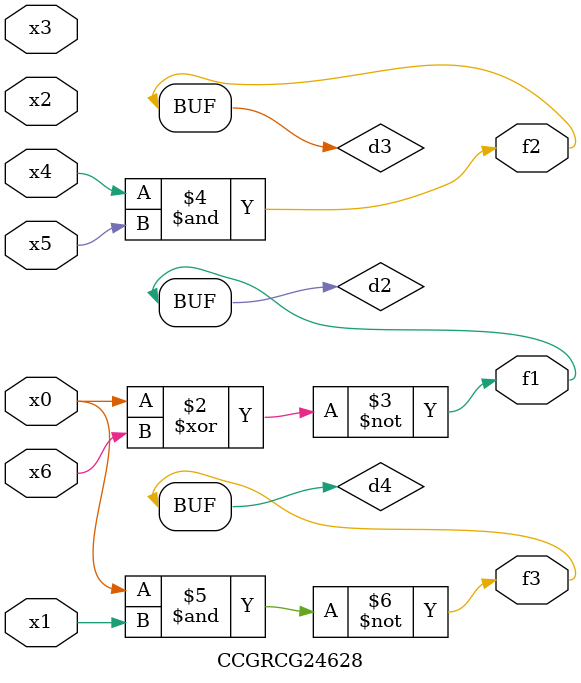
<source format=v>
module CCGRCG24628(
	input x0, x1, x2, x3, x4, x5, x6,
	output f1, f2, f3
);

	wire d1, d2, d3, d4;

	nor (d1, x0);
	xnor (d2, x0, x6);
	and (d3, x4, x5);
	nand (d4, x0, x1);
	assign f1 = d2;
	assign f2 = d3;
	assign f3 = d4;
endmodule

</source>
